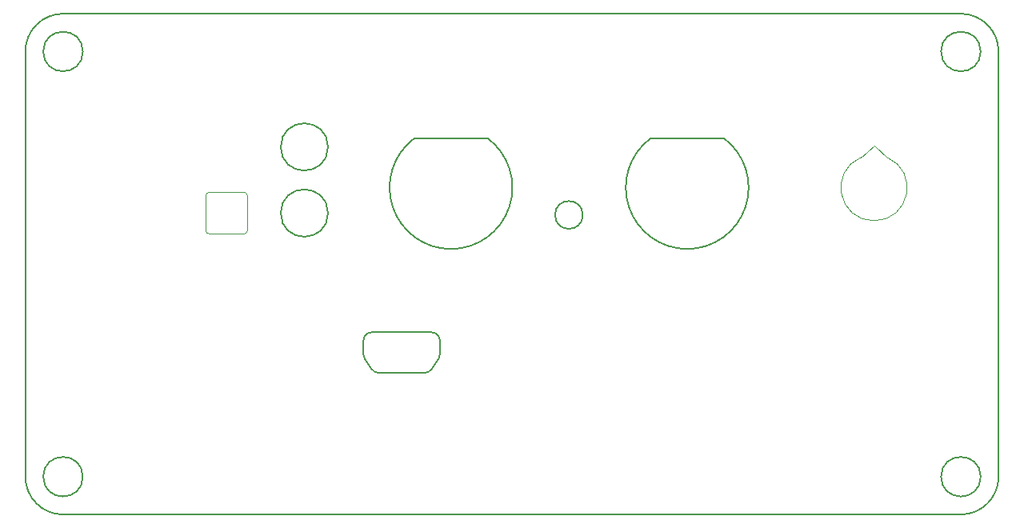
<source format=gbr>
%TF.GenerationSoftware,KiCad,Pcbnew,7.0.2*%
%TF.CreationDate,2023-10-12T23:50:07+02:00*%
%TF.ProjectId,pulse_generator_endplate_v2,70756c73-655f-4676-956e-657261746f72,rev?*%
%TF.SameCoordinates,Original*%
%TF.FileFunction,Profile,NP*%
%FSLAX46Y46*%
G04 Gerber Fmt 4.6, Leading zero omitted, Abs format (unit mm)*
G04 Created by KiCad (PCBNEW 7.0.2) date 2023-10-12 23:50:07*
%MOMM*%
%LPD*%
G01*
G04 APERTURE LIST*
%TA.AperFunction,Profile*%
%ADD10C,0.200000*%
%TD*%
%TA.AperFunction,Profile*%
%ADD11C,0.150000*%
%TD*%
%TA.AperFunction,Profile*%
%ADD12C,0.100000*%
%TD*%
G04 APERTURE END LIST*
D10*
X194200000Y-113100000D02*
X194200000Y-68100000D01*
X123230000Y-78200000D02*
G75*
G03*
X123230000Y-78200000I-2500000J0D01*
G01*
X91200000Y-113100000D02*
G75*
G03*
X95200000Y-117100000I4000000J0D01*
G01*
D11*
X157350000Y-77300002D02*
X165150000Y-77300002D01*
D10*
X95200000Y-117100000D02*
X190200000Y-117100000D01*
D12*
X110300000Y-87050000D02*
G75*
G03*
X110650000Y-87400000I350000J0D01*
G01*
D10*
X133442706Y-102115005D02*
G75*
G03*
X134178290Y-101733572I-6J900005D01*
G01*
D12*
X110300000Y-83350000D02*
X110300000Y-87050000D01*
D11*
X132350000Y-77300002D02*
X140150000Y-77300002D01*
X157350000Y-77300002D02*
G75*
G03*
X165150000Y-77300002I3900000J-5199998D01*
G01*
D12*
X110650000Y-83000000D02*
G75*
G03*
X110300000Y-83350000I0J-350000D01*
G01*
D10*
X135077901Y-98715000D02*
X135077901Y-100172143D01*
D12*
X114700000Y-87050000D02*
X114700000Y-83350000D01*
D10*
X150199549Y-85400000D02*
G75*
G03*
X150199549Y-85400000I-1470000J0D01*
G01*
X192305500Y-68100000D02*
G75*
G03*
X192305500Y-68100000I-2095500J0D01*
G01*
D11*
X132350000Y-77300002D02*
G75*
G03*
X140150000Y-77300002I3900000J-5199998D01*
G01*
D12*
X179642561Y-79300993D02*
G75*
G03*
X181021282Y-86018008I1378739J-3217007D01*
G01*
D10*
X127877901Y-97815000D02*
X134177901Y-97815000D01*
X97285500Y-68100000D02*
G75*
G03*
X97285500Y-68100000I-2095500J0D01*
G01*
D12*
X114700000Y-83350000D02*
G75*
G03*
X114350000Y-83000000I-350000J0D01*
G01*
X114350000Y-83000000D02*
X110650000Y-83000000D01*
D10*
X97285500Y-113100000D02*
G75*
G03*
X97285500Y-113100000I-2095500J0D01*
G01*
X134913484Y-100690715D02*
X134178290Y-101733572D01*
D12*
X181021282Y-86017986D02*
G75*
G03*
X182400000Y-79301000I18J3499986D01*
G01*
D10*
X123230000Y-85200000D02*
G75*
G03*
X123230000Y-85200000I-2500000J0D01*
G01*
X134913464Y-100690701D02*
G75*
G03*
X135077901Y-100172143I-735564J518601D01*
G01*
X133442706Y-102115000D02*
X131032901Y-102115000D01*
D12*
X182400000Y-79301000D02*
X181021282Y-78018008D01*
D10*
X127877901Y-97815001D02*
G75*
G03*
X126977901Y-98715000I-1J-899999D01*
G01*
X95200000Y-64100000D02*
G75*
G03*
X91200000Y-68100000I0J-4000000D01*
G01*
X190200000Y-64100000D02*
X95200000Y-64100000D01*
D12*
X181021282Y-78018008D02*
X179642564Y-79301000D01*
D10*
X91200000Y-68100000D02*
X91200000Y-113100000D01*
X131032901Y-102115000D02*
X131022901Y-102115000D01*
X126977901Y-100172143D02*
X126977901Y-98715000D01*
X194200000Y-68100000D02*
G75*
G03*
X190200000Y-64100000I-4000000J0D01*
G01*
D12*
X114350000Y-87400000D02*
G75*
G03*
X114700000Y-87050000I0J350000D01*
G01*
D10*
X131022901Y-102115000D02*
X128613095Y-102115000D01*
X190200000Y-117100000D02*
G75*
G03*
X194200000Y-113100000I0J4000000D01*
G01*
X135077900Y-98715000D02*
G75*
G03*
X134177901Y-97815000I-900000J0D01*
G01*
X126977876Y-100172143D02*
G75*
G03*
X127142317Y-100690715I900024J43D01*
G01*
D12*
X110650000Y-87400000D02*
X114350000Y-87400000D01*
D10*
X127877515Y-101733570D02*
G75*
G03*
X128613095Y-102115000I735585J518570D01*
G01*
X127877512Y-101733572D02*
X127142317Y-100690715D01*
X192305500Y-113100000D02*
G75*
G03*
X192305500Y-113100000I-2095500J0D01*
G01*
M02*

</source>
